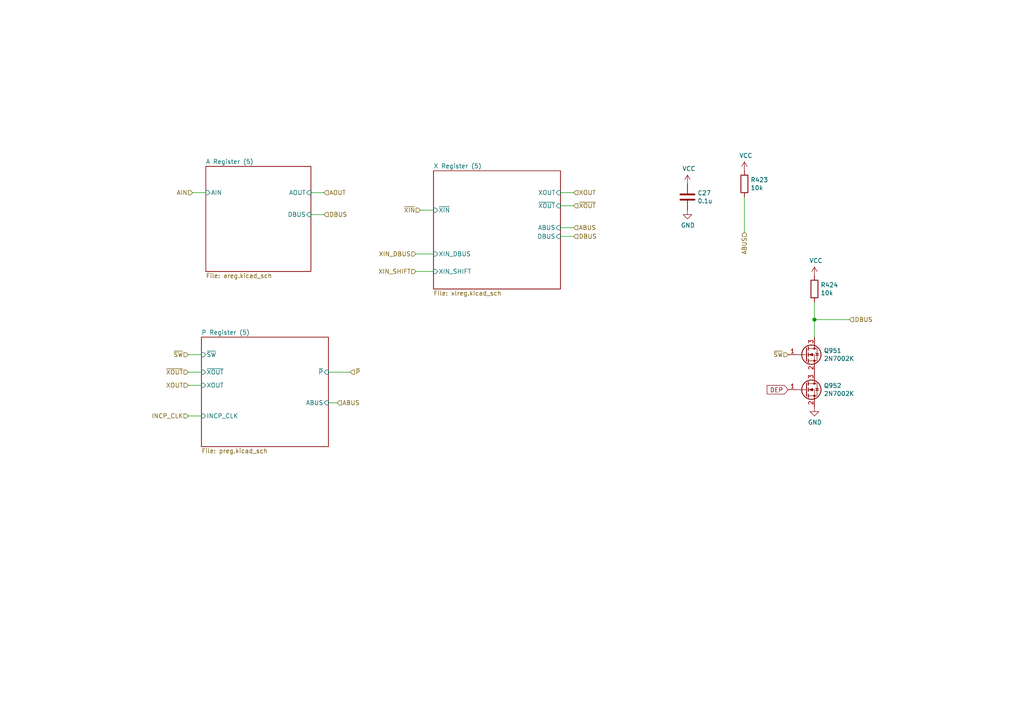
<source format=kicad_sch>
(kicad_sch (version 20210126) (generator eeschema)
  (paper "A4")
  (title_block (title "Q2 Bit Slice 5") (date "2021-02-05") (rev "1") (company "joewing.net"))
  (lib_symbols
    (symbol "Device:C" (pin_numbers hide) (pin_names (offset 0.254))
      (property "Reference" "C" (at 0.635 2.54 0))
      (property "Value" "C" (at 0.635 -2.54 0))
      (symbol "C_0_1"
        (polyline (pts (xy -2.032 -0.762) (xy 2.032 -0.762)) (stroke (width 0.508)))
        (polyline (pts (xy -2.032 0.762) (xy 2.032 0.762)) (stroke (width 0.508)))
      )
      (symbol "C_1_1"
        (pin passive line (at 0 3.81 270) (length 2.794) (name "~") (number "1"))
        (pin passive line (at 0 -3.81 90) (length 2.794) (name "~") (number "2"))
      )
    )
    (symbol "Device:R" (pin_numbers hide) (pin_names (offset 0))
      (property "Reference" "R" (at 2.032 0 90))
      (property "Value" "R" (at 0 0 90))
      (symbol "R_0_1"
        (rectangle (start -1.016 -2.54) (end 1.016 2.54) (stroke (width 0.254)))
      )
      (symbol "R_1_1"
        (pin passive line (at 0 3.81 270) (length 1.27) (name "~") (number "1"))
        (pin passive line (at 0 -3.81 90) (length 1.27) (name "~") (number "2"))
      )
    )
    (symbol "Transistor_FET:2N7002" (pin_names hide)
      (property "Reference" "Q" (at 5.08 1.905 0))
      (property "Value" "2N7002" (at 5.08 0 0))
      (symbol "2N7002_0_1"
        (circle (center 1.651 0) (radius 2.794) (stroke (width 0.254)))
        (circle (center 2.54 -1.778) (radius 0.254) (fill (type outline)))
        (circle (center 2.54 1.778) (radius 0.254) (fill (type outline)))
        (polyline (pts (xy 0.254 0) (xy -2.54 0)))
        (polyline (pts (xy 0.254 1.905) (xy 0.254 -1.905)) (stroke (width 0.254)))
        (polyline (pts (xy 0.762 -1.27) (xy 0.762 -2.286)) (stroke (width 0.254)))
        (polyline (pts (xy 0.762 0.508) (xy 0.762 -0.508)) (stroke (width 0.254)))
        (polyline (pts (xy 0.762 2.286) (xy 0.762 1.27)) (stroke (width 0.254)))
        (polyline (pts (xy 2.54 2.54) (xy 2.54 1.778)))
        (polyline (pts (xy 2.54 -2.54) (xy 2.54 0) (xy 0.762 0)))
        (polyline (pts (xy 0.762 -1.778) (xy 3.302 -1.778) (xy 3.302 1.778) (xy 0.762 1.778)))
        (polyline (pts (xy 2.794 0.508) (xy 2.921 0.381) (xy 3.683 0.381) (xy 3.81 0.254)))
        (polyline (pts (xy 3.302 0.381) (xy 2.921 -0.254) (xy 3.683 -0.254) (xy 3.302 0.381)))
        (polyline (pts (xy 1.016 0) (xy 2.032 0.381) (xy 2.032 -0.381) (xy 1.016 0)) (fill (type outline)))
      )
      (symbol "2N7002_1_1"
        (pin input line (at -5.08 0 0) (length 2.54) (name "G") (number "1"))
        (pin passive line (at 2.54 -5.08 90) (length 2.54) (name "S") (number "2"))
        (pin passive line (at 2.54 5.08 270) (length 2.54) (name "D") (number "3"))
      )
    )
    (symbol "power:GND" (power) (pin_names (offset 0))
      (property "Value" "GND" (at 0 -3.81 0))
      (symbol "GND_0_1"
        (polyline (pts (xy 0 0) (xy 0 -1.27) (xy 1.27 -1.27) (xy 0 -2.54) (xy -1.27 -1.27) (xy 0 -1.27)))
      )
      (symbol "GND_1_1"
        (pin power_in line (at 0 0 270) (length 0) hide (name "GND") (number "1"))
      )
    )
    (symbol "power:VCC" (power) (pin_names (offset 0))
      (property "Value" "VCC" (at 0 3.81 0))
      (symbol "VCC_0_1"
        (polyline (pts (xy -0.762 1.27) (xy 0 2.54)))
        (polyline (pts (xy 0 0) (xy 0 2.54)))
        (polyline (pts (xy 0 2.54) (xy 0.762 1.27)))
      )
      (symbol "VCC_1_1"
        (pin power_in line (at 0 0 90) (length 0) hide (name "VCC") (number "1"))
      )
    )
  )
  (junction (at 236.22 92.71) (diameter 1.016))
  (wire (pts (xy 54.61 102.87) (xy 58.42 102.87)))
  (wire (pts (xy 54.61 107.95) (xy 58.42 107.95)))
  (wire (pts (xy 54.61 111.76) (xy 58.42 111.76)))
  (wire (pts (xy 54.61 120.65) (xy 58.42 120.65)))
  (wire (pts (xy 59.69 55.88) (xy 55.88 55.88)))
  (wire (pts (xy 93.98 55.88) (xy 90.17 55.88)))
  (wire (pts (xy 93.98 62.23) (xy 90.17 62.23)))
  (wire (pts (xy 95.25 107.95) (xy 101.6 107.95)))
  (wire (pts (xy 95.25 116.84) (xy 97.79 116.84)))
  (wire (pts (xy 120.65 73.66) (xy 125.73 73.66)))
  (wire (pts (xy 120.65 78.74) (xy 125.73 78.74)))
  (wire (pts (xy 121.92 60.96) (xy 125.73 60.96)))
  (wire (pts (xy 162.56 55.88) (xy 166.37 55.88)))
  (wire (pts (xy 162.56 59.69) (xy 166.37 59.69)))
  (wire (pts (xy 162.56 66.04) (xy 166.37 66.04)))
  (wire (pts (xy 166.37 68.58) (xy 162.56 68.58)))
  (wire (pts (xy 215.9 57.15) (xy 215.9 67.31)))
  (wire (pts (xy 236.22 92.71) (xy 236.22 87.63)))
  (wire (pts (xy 236.22 92.71) (xy 246.38 92.71)))
  (wire (pts (xy 236.22 97.79) (xy 236.22 92.71)))
  (global_label "DEP" (shape input) (at 228.6 113.03 180) (property "Intersheet References" "${INTERSHEET_REFS}" (effects hide)))
  (hierarchical_label "~SW" (shape input) (at 54.61 102.87 180))
  (hierarchical_label "~XOUT" (shape input) (at 54.61 107.95 180))
  (hierarchical_label "XOUT" (shape input) (at 54.61 111.76 180))
  (hierarchical_label "INCP_CLK" (shape input) (at 54.61 120.65 180))
  (hierarchical_label "AIN" (shape input) (at 55.88 55.88 180))
  (hierarchical_label "AOUT" (shape input) (at 93.98 55.88 0))
  (hierarchical_label "DBUS" (shape input) (at 93.98 62.23 0))
  (hierarchical_label "ABUS" (shape input) (at 97.79 116.84 0))
  (hierarchical_label "~P" (shape input) (at 101.6 107.95 0))
  (hierarchical_label "XIN_DBUS" (shape input) (at 120.65 73.66 180))
  (hierarchical_label "XIN_SHIFT" (shape input) (at 120.65 78.74 180))
  (hierarchical_label "~XIN" (shape input) (at 121.92 60.96 180))
  (hierarchical_label "XOUT" (shape input) (at 166.37 55.88 0))
  (hierarchical_label "~XOUT" (shape input) (at 166.37 59.69 0))
  (hierarchical_label "ABUS" (shape input) (at 166.37 66.04 0))
  (hierarchical_label "DBUS" (shape input) (at 166.37 68.58 0))
  (hierarchical_label "ABUS" (shape input) (at 215.9 67.31 270))
  (hierarchical_label "~SW" (shape input) (at 228.6 102.87 180))
  (hierarchical_label "DBUS" (shape input) (at 246.38 92.71 0))
  (symbol (lib_id "power:VCC") (at 199.39 53.34 0) (unit 1)
    (property "Reference" "#PWR0871" (effects hide))
    (property "Value" "VCC" (at 199.8218 48.9458 0))
  )
  (symbol (lib_id "power:VCC") (at 215.9 49.53 0) (unit 1)
    (property "Reference" "#PWR0870" (effects hide))
    (property "Value" "VCC" (at 216.3318 45.1358 0))
  )
  (symbol (lib_id "power:VCC") (at 236.22 80.01 0) (unit 1)
    (property "Reference" "#PWR0873" (effects hide))
    (property "Value" "VCC" (at 236.6518 75.6158 0))
  )
  (symbol (lib_id "power:GND") (at 199.39 60.96 0) (unit 1)
    (property "Reference" "#PWR0872" (effects hide))
    (property "Value" "GND" (at 199.517 65.3542 0))
  )
  (symbol (lib_id "power:GND") (at 236.22 118.11 0) (unit 1)
    (property "Reference" "#PWR0874" (effects hide))
    (property "Value" "GND" (at 236.347 122.5042 0))
  )
  (symbol (lib_id "Device:R") (at 215.9 53.34 0) (unit 1)
    (property "Reference" "R423" (at 217.678 52.1716 0) (effects (justify left)))
    (property "Value" "10k" (at 217.678 54.483 0) (effects (justify left)))
    (property "Footprint" "Resistor_SMD:R_0805_2012Metric" (effects hide))
    (property "LCSC" "C17414" (effects hide))
  )
  (symbol (lib_id "Device:R") (at 236.22 83.82 0) (unit 1)
    (property "Reference" "R424" (at 237.998 82.6516 0) (effects (justify left)))
    (property "Value" "10k" (at 237.998 84.963 0) (effects (justify left)))
    (property "Footprint" "Resistor_SMD:R_0805_2012Metric" (effects hide))
    (property "LCSC" "C17414" (effects hide))
  )
  (symbol (lib_id "Device:C") (at 199.39 57.15 0) (unit 1)
    (property "Reference" "C27" (at 202.311 55.9816 0) (effects (justify left)))
    (property "Value" "0.1u" (at 202.311 58.293 0) (effects (justify left)))
    (property "Footprint" "Capacitor_SMD:C_0805_2012Metric" (effects hide))
    (property "LCSC" "C49678" (effects hide))
  )
  (symbol (lib_id "Transistor_FET:2N7002") (at 233.68 102.87 0) (unit 1)
    (property "Reference" "Q951" (at 238.9124 101.7016 0) (effects (justify left)))
    (property "Value" "2N7002K" (at 238.912 104.013 0) (effects (justify left)))
    (property "Footprint" "Package_TO_SOT_SMD:SOT-23" (effects hide))
    (property "Datasheet" "https://datasheet.lcsc.com/szlcsc/Guangdong-Hottech-2N7002K_C181083.pdf" (effects hide))
    (property "LCSC" "C181083" (effects hide))
  )
  (symbol (lib_id "Transistor_FET:2N7002") (at 233.68 113.03 0) (unit 1)
    (property "Reference" "Q952" (at 238.9124 111.8616 0) (effects (justify left)))
    (property "Value" "2N7002K" (at 238.912 114.173 0) (effects (justify left)))
    (property "Footprint" "Package_TO_SOT_SMD:SOT-23" (effects hide))
    (property "Datasheet" "https://datasheet.lcsc.com/szlcsc/Guangdong-Hottech-2N7002K_C181083.pdf" (effects hide))
    (property "LCSC" "C181083" (effects hide))
  )
  (sheet (at 59.69 48.26) (size 30.48 30.48)
    (property "Sheet name" "A Register (5)" (at 59.69 47.624 0) (effects (justify left bottom)))
    (property "Sheet file" "areg.kicad_sch" (at 59.69 79.2485 0) (effects (justify left top)))
    (pin "AIN" input (at 59.69 55.88 180))
    (pin "AOUT" input (at 90.17 55.88 0))
    (pin "DBUS" input (at 90.17 62.23 0))
  )
  (sheet (at 58.42 97.79) (size 36.83 31.75)
    (property "Sheet name" "P Register (5)" (at 58.42 97.154 0) (effects (justify left bottom)))
    (property "Sheet file" "preg.kicad_sch" (at 58.42 130.0485 0) (effects (justify left top)))
    (pin "~XOUT" input (at 58.42 107.95 180))
    (pin "~SW" input (at 58.42 102.87 180))
    (pin "XOUT" input (at 58.42 111.76 180))
    (pin "ABUS" input (at 95.25 116.84 0))
    (pin "~P" input (at 95.25 107.95 0))
    (pin "INCP_CLK" input (at 58.42 120.65 180))
  )
  (sheet (at 125.73 49.53) (size 36.83 34.29)
    (property "Sheet name" "X Register (5)" (at 125.73 48.895 0) (effects (justify left bottom)))
    (property "Sheet file" "xlreg.kicad_sch" (at 125.73 84.329 0) (effects (justify left top)))
    (pin "DBUS" input (at 162.56 68.58 0))
    (pin "XOUT" input (at 162.56 55.88 0))
    (pin "~XIN" input (at 125.73 60.96 180))
    (pin "ABUS" input (at 162.56 66.04 0))
    (pin "~XOUT" input (at 162.56 59.69 0))
    (pin "XIN_DBUS" input (at 125.73 73.66 180))
    (pin "XIN_SHIFT" input (at 125.73 78.74 180))
  )
)
</source>
